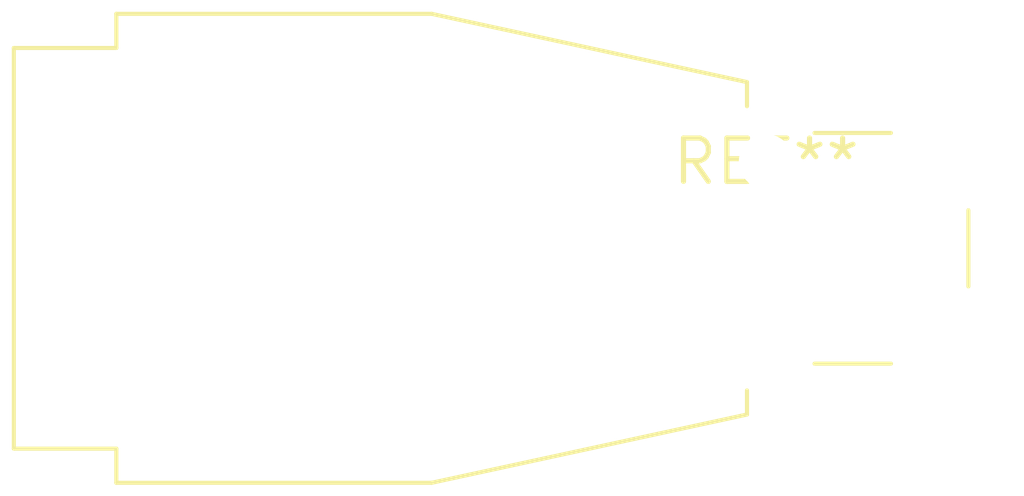
<source format=kicad_pcb>
(kicad_pcb (version 20240108) (generator pcbnew)
  (layers (0 "F.Cu" signal) (31 "B.Cu" signal) (34 "B.Paste" user) (35 "F.Paste" user) (36 "B.SilkS" user "B.Silkscreen") (37 "F.SilkS" user "F.Silkscreen") (38 "B.Mask" user) (39 "F.Mask" user) (44 "Edge.Cuts" user))
  (net 0 "")
  (footprint "CalTest_CT3151" (layer "F.Cu") (at 0 0)
    (property "Reference" "REF**")
    (property "Value" "CalTest_CT3151")
    (fp_line (start -22.02 -3.33) (end -19.02 -3.33) (layer "F.SilkS") (stroke (width 0.12)))
    (fp_line (start -22.02 8.41) (end -22.02 -3.33) (layer "F.SilkS") (stroke (width 0.12)))
    (fp_line (start -19.02 -4.33) (end -9.79 -4.33) (layer "F.SilkS") (stroke (width 0.12)))
    (fp_line (start -19.02 -3.33) (end -19.02 -4.33) (layer "F.SilkS") (stroke (width 0.12)))
    (fp_line (start -19.02 8.41) (end -22.02 8.41) (layer "F.SilkS") (stroke (width 0.12)))
    (fp_line (start -19.02 9.41) (end -19.02 8.41) (layer "F.SilkS") (stroke (width 0.12)))
    (fp_line (start -9.79 -4.33) (end -0.561 -2.33) (layer "F.SilkS") (stroke (width 0.12)))
    (fp_line (start -9.79 9.41) (end -19.02 9.41) (layer "F.SilkS") (stroke (width 0.12)))
    (fp_line (start -0.561 -2.33) (end -0.561 -1.623) (layer "F.SilkS") (stroke (width 0.12)))
    (fp_line (start -0.561 6.703) (end -0.561 7.41) (layer "F.SilkS") (stroke (width 0.12)))
    (fp_line (start -0.561 7.41) (end -9.79 9.41) (layer "F.SilkS") (stroke (width 0.12)))
    (fp_line (start 1.417 -0.84) (end 3.652 -0.84) (layer "F.SilkS") (stroke (width 0.12)))
    (fp_line (start 3.653 5.92) (end 1.417 5.92) (layer "F.SilkS") (stroke (width 0.12)))
    (fp_line (start 5.92 1.425) (end 5.92 3.656) (layer "F.SilkS") (stroke (width 0.12)))
    (pad "1" thru_hole circle (at 0 0) (size 2.6 2.6) (drill 1.6) (layers *.Cu *.Mask) (remove_unused_layers))
    (pad "1" thru_hole circle (at 0 5.08) (size 2.6 2.6) (drill 1.6) (layers *.Cu *.Mask) (remove_unused_layers))
    (pad "1" thru_hole circle (at 5.08 0) (size 2.6 2.6) (drill 1.6) (layers *.Cu *.Mask) (remove_unused_layers))
    (pad "1" thru_hole circle (at 5.08 5.08) (size 2.6 2.6) (drill 1.6) (layers *.Cu *.Mask) (remove_unused_layers))
  )
)
</source>
